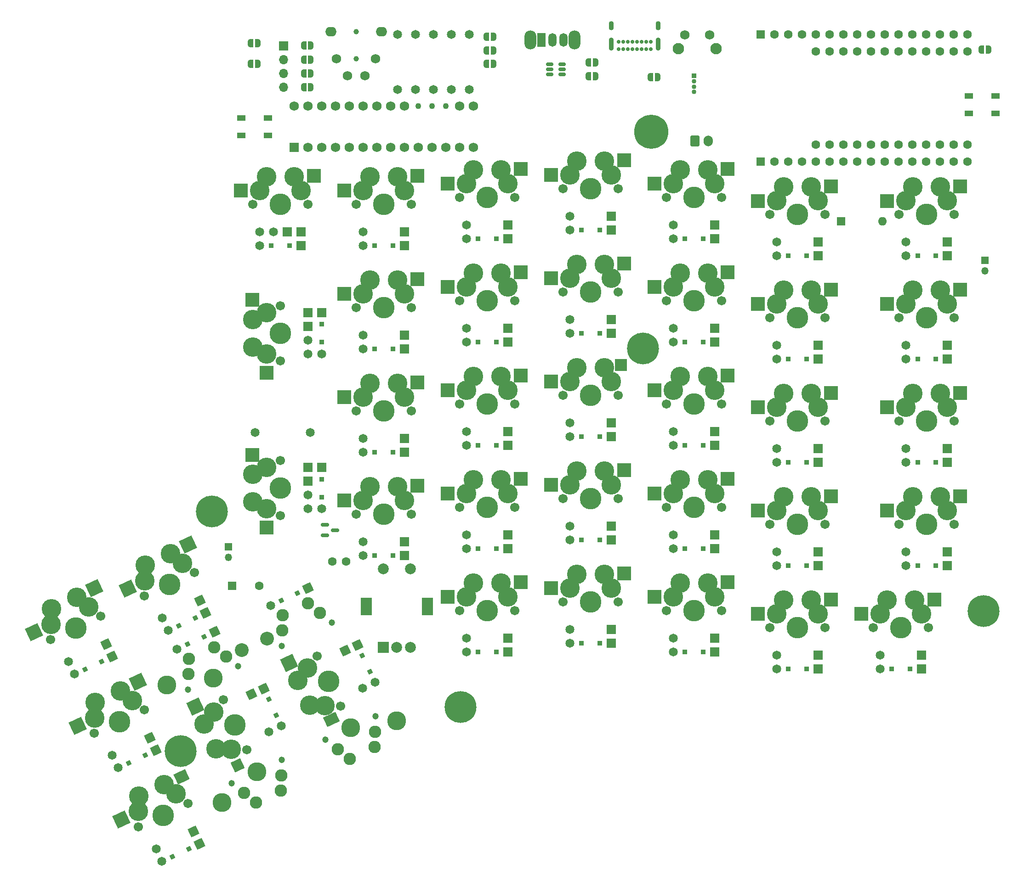
<source format=gts>
%TF.GenerationSoftware,KiCad,Pcbnew,(6.0.7)*%
%TF.CreationDate,2023-01-12T11:55:26-06:00*%
%TF.ProjectId,ErgoDOX,4572676f-444f-4582-9e6b-696361645f70,rev?*%
%TF.SameCoordinates,Original*%
%TF.FileFunction,Soldermask,Top*%
%TF.FilePolarity,Negative*%
%FSLAX46Y46*%
G04 Gerber Fmt 4.6, Leading zero omitted, Abs format (unit mm)*
G04 Created by KiCad (PCBNEW (6.0.7)) date 2023-01-12 11:55:26*
%MOMM*%
%LPD*%
G01*
G04 APERTURE LIST*
G04 Aperture macros list*
%AMRoundRect*
0 Rectangle with rounded corners*
0 $1 Rounding radius*
0 $2 $3 $4 $5 $6 $7 $8 $9 X,Y pos of 4 corners*
0 Add a 4 corners polygon primitive as box body*
4,1,4,$2,$3,$4,$5,$6,$7,$8,$9,$2,$3,0*
0 Add four circle primitives for the rounded corners*
1,1,$1+$1,$2,$3*
1,1,$1+$1,$4,$5*
1,1,$1+$1,$6,$7*
1,1,$1+$1,$8,$9*
0 Add four rect primitives between the rounded corners*
20,1,$1+$1,$2,$3,$4,$5,0*
20,1,$1+$1,$4,$5,$6,$7,0*
20,1,$1+$1,$6,$7,$8,$9,0*
20,1,$1+$1,$8,$9,$2,$3,0*%
%AMRotRect*
0 Rectangle, with rotation*
0 The origin of the aperture is its center*
0 $1 length*
0 $2 width*
0 $3 Rotation angle, in degrees counterclockwise*
0 Add horizontal line*
21,1,$1,$2,0,0,$3*%
%AMFreePoly0*
4,1,22,0.500000,-0.750000,0.000000,-0.750000,0.000000,-0.745033,-0.079941,-0.743568,-0.215256,-0.701293,-0.333266,-0.622738,-0.424486,-0.514219,-0.481581,-0.384460,-0.499164,-0.250000,-0.500000,-0.250000,-0.500000,0.250000,-0.499164,0.250000,-0.499963,0.256109,-0.478152,0.396186,-0.417904,0.524511,-0.324060,0.630769,-0.204165,0.706417,-0.067858,0.745374,0.000000,0.744959,0.000000,0.750000,
0.500000,0.750000,0.500000,-0.750000,0.500000,-0.750000,$1*%
%AMFreePoly1*
4,1,20,0.000000,0.744959,0.073905,0.744508,0.209726,0.703889,0.328688,0.626782,0.421226,0.519385,0.479903,0.390333,0.500000,0.250000,0.500000,-0.250000,0.499851,-0.262216,0.476331,-0.402017,0.414519,-0.529596,0.319384,-0.634700,0.198574,-0.708877,0.061801,-0.746166,0.000000,-0.745033,0.000000,-0.750000,-0.500000,-0.750000,-0.500000,0.750000,0.000000,0.750000,0.000000,0.744959,
0.000000,0.744959,$1*%
G04 Aperture macros list end*
%ADD10C,3.987800*%
%ADD11C,1.701800*%
%ADD12C,3.600000*%
%ADD13R,2.550000X2.500000*%
%ADD14C,1.651000*%
%ADD15R,1.651000X1.651000*%
%ADD16R,0.838200X0.838200*%
%ADD17R,2.500000X2.550000*%
%ADD18R,2.250000X2.250000*%
%ADD19RotRect,2.550000X2.500000X115.000000*%
%ADD20RotRect,1.910000X2.520000X115.000000*%
%ADD21RotRect,1.651000X1.651000X115.000000*%
%ADD22RotRect,0.838200X0.838200X115.000000*%
%ADD23RotRect,2.364000X2.019000X25.000000*%
%ADD24RotRect,2.550000X2.500000X25.000000*%
%ADD25RotRect,1.651000X1.651000X25.000000*%
%ADD26RotRect,0.838200X0.838200X25.000000*%
%ADD27RotRect,1.976000X1.972000X115.000000*%
%ADD28C,1.193800*%
%ADD29C,2.286000*%
%ADD30C,3.479800*%
%ADD31C,2.540000*%
%ADD32C,2.100000*%
%ADD33C,1.750000*%
%ADD34R,1.500000X1.000000*%
%ADD35R,1.600000X1.600000*%
%ADD36O,1.600000X1.600000*%
%ADD37C,0.990600*%
%ADD38O,2.057400X1.752600*%
%ADD39C,1.752600*%
%ADD40FreePoly0,180.000000*%
%ADD41FreePoly1,180.000000*%
%ADD42R,1.700000X1.700000*%
%ADD43O,1.700000X1.700000*%
%ADD44C,1.600000*%
%ADD45RoundRect,0.150000X-0.587500X-0.150000X0.587500X-0.150000X0.587500X0.150000X-0.587500X0.150000X0*%
%ADD46FreePoly0,0.000000*%
%ADD47FreePoly1,0.000000*%
%ADD48R,2.000000X2.000000*%
%ADD49C,2.000000*%
%ADD50R,2.000000X3.200000*%
%ADD51RoundRect,0.250000X-0.600000X-0.750000X0.600000X-0.750000X0.600000X0.750000X-0.600000X0.750000X0*%
%ADD52O,1.700000X2.000000*%
%ADD53C,5.867400*%
%ADD54C,0.700000*%
%ADD55O,0.900000X1.700000*%
%ADD56O,0.900000X2.400000*%
%ADD57R,1.350000X1.350000*%
%ADD58O,1.350000X1.350000*%
%ADD59R,0.850000X0.850000*%
%ADD60O,0.850000X0.850000*%
%ADD61RoundRect,0.150000X-0.512500X-0.150000X0.512500X-0.150000X0.512500X0.150000X-0.512500X0.150000X0*%
%ADD62C,1.092200*%
%ADD63R,1.752600X1.752600*%
%ADD64C,6.292000*%
%ADD65O,2.200000X3.500000*%
%ADD66R,1.500000X2.500000*%
%ADD67O,1.500000X2.500000*%
G04 APERTURE END LIST*
D10*
%TO.C,SW1:13*%
X186690000Y-143202660D03*
D11*
X181610000Y-143202660D03*
X191770000Y-143202660D03*
D12*
X189230000Y-138122660D03*
X190500000Y-140662660D03*
D13*
X192840000Y-138002660D03*
D12*
X182880000Y-140662660D03*
X184140000Y-138152660D03*
D13*
X179390000Y-140702660D03*
D14*
X182880000Y-148282660D03*
X182880000Y-150822660D03*
D15*
X190500000Y-148282660D03*
X190500000Y-150822660D03*
D16*
X185026300Y-150822660D03*
X188353700Y-150822660D03*
%TD*%
D11*
%TO.C,SW1:10*%
X134620000Y-138430000D03*
D10*
X129540000Y-138430000D03*
D11*
X124460000Y-138430000D03*
D13*
X135690000Y-133230000D03*
D12*
X132080000Y-133350000D03*
X133350000Y-135890000D03*
X126990000Y-133380000D03*
D13*
X122240000Y-135930000D03*
D12*
X125730000Y-135890000D03*
D14*
X125730000Y-143510000D03*
X125730000Y-146050000D03*
D15*
X133350000Y-146050000D03*
X133350000Y-143510000D03*
D16*
X127876300Y-146050000D03*
X131203700Y-146050000D03*
%TD*%
D11*
%TO.C,SW1:9*%
X115570000Y-140027660D03*
D10*
X110490000Y-140027660D03*
D11*
X105410000Y-140027660D03*
D12*
X113030000Y-134947660D03*
D13*
X116640000Y-134827660D03*
D12*
X114300000Y-137487660D03*
X106680000Y-137487660D03*
D13*
X103190000Y-137527660D03*
D12*
X107940000Y-134977660D03*
D14*
X106680000Y-145107660D03*
X106680000Y-147647660D03*
D15*
X114300000Y-145107660D03*
X114300000Y-147647660D03*
D16*
X112153700Y-147647660D03*
X108826300Y-147647660D03*
%TD*%
D10*
%TO.C,SW2:13*%
X191452500Y-124152660D03*
D11*
X196532500Y-124152660D03*
X186372500Y-124152660D03*
D13*
X197602500Y-118952660D03*
D12*
X195262500Y-121612660D03*
X193992500Y-119072660D03*
D13*
X184152500Y-121652660D03*
D12*
X188902500Y-119102660D03*
X187642500Y-121612660D03*
D14*
X187642500Y-129232660D03*
X187642500Y-131772660D03*
D15*
X195262500Y-131772660D03*
X195262500Y-129232660D03*
D16*
X193116200Y-131772660D03*
X189788800Y-131772660D03*
%TD*%
D11*
%TO.C,SW2:10*%
X134620000Y-119380000D03*
D10*
X129540000Y-119380000D03*
D11*
X124460000Y-119380000D03*
D12*
X132080000Y-114300000D03*
D13*
X135690000Y-114180000D03*
D12*
X133350000Y-116840000D03*
X125730000Y-116840000D03*
X126990000Y-114330000D03*
D13*
X122240000Y-116880000D03*
D14*
X125730000Y-124460000D03*
X125730000Y-127000000D03*
D15*
X133350000Y-124460000D03*
X133350000Y-127000000D03*
D16*
X127876300Y-127000000D03*
X131203700Y-127000000D03*
%TD*%
D10*
%TO.C,SW2:9*%
X110490000Y-120977660D03*
D11*
X115570000Y-120977660D03*
X105410000Y-120977660D03*
D13*
X116640000Y-115777660D03*
D12*
X114300000Y-118437660D03*
X113030000Y-115897660D03*
X106680000Y-118437660D03*
X107940000Y-115927660D03*
D13*
X103190000Y-118477660D03*
D14*
X106680000Y-126057660D03*
X106680000Y-128597660D03*
D15*
X114300000Y-128597660D03*
X114300000Y-126057660D03*
D16*
X112153700Y-128597660D03*
X108826300Y-128597660D03*
%TD*%
D11*
%TO.C,SW2:7*%
X72390000Y-112405160D03*
D10*
X72390000Y-117485160D03*
D11*
X72390000Y-122565160D03*
D17*
X67190000Y-111335160D03*
D12*
X67310000Y-114945160D03*
X69850000Y-113675160D03*
D17*
X69890000Y-124785160D03*
D12*
X69850000Y-121295160D03*
X67340000Y-120035160D03*
D14*
X77470000Y-121295160D03*
X80010000Y-121295160D03*
D15*
X77470000Y-113675160D03*
X80010000Y-113675160D03*
D16*
X80010000Y-119148860D03*
X80010000Y-115821460D03*
%TD*%
D11*
%TO.C,SW3:13*%
X196532500Y-105102660D03*
D10*
X191452500Y-105102660D03*
D11*
X186372500Y-105102660D03*
D13*
X197602500Y-99902660D03*
D12*
X193992500Y-100022660D03*
X195262500Y-102562660D03*
X187642500Y-102562660D03*
D13*
X184152500Y-102602660D03*
D12*
X188902500Y-100052660D03*
D14*
X187642500Y-110182660D03*
X187642500Y-112722660D03*
D15*
X195262500Y-112722660D03*
X195262500Y-110182660D03*
D16*
X189788800Y-112722660D03*
X193116200Y-112722660D03*
%TD*%
D11*
%TO.C,SW3:11*%
X143510000Y-101927660D03*
X153670000Y-101927660D03*
D10*
X148590000Y-101927660D03*
D12*
X152400000Y-99387660D03*
X151130000Y-96847660D03*
D13*
X154740000Y-96727660D03*
X141290000Y-99427660D03*
D12*
X144780000Y-99387660D03*
X146040000Y-96877660D03*
D14*
X144780000Y-109547660D03*
X144780000Y-107007660D03*
D15*
X152400000Y-107007660D03*
X152400000Y-109547660D03*
D16*
X150253700Y-109547660D03*
X146926300Y-109547660D03*
%TD*%
D11*
%TO.C,SW3:10*%
X124460000Y-100330000D03*
X134620000Y-100330000D03*
D10*
X129540000Y-100330000D03*
D12*
X133350000Y-97790000D03*
D18*
X135128000Y-94742000D03*
D12*
X132080000Y-95250000D03*
X126990000Y-95280000D03*
D13*
X122240000Y-97830000D03*
D12*
X125730000Y-97790000D03*
D14*
X125730000Y-107950000D03*
X125730000Y-105410000D03*
D15*
X133350000Y-107950000D03*
X133350000Y-105410000D03*
D16*
X131203700Y-107950000D03*
X127876300Y-107950000D03*
%TD*%
D10*
%TO.C,SW3:9*%
X110490000Y-101927660D03*
D11*
X105410000Y-101927660D03*
X115570000Y-101927660D03*
D12*
X114300000Y-99387660D03*
D13*
X116640000Y-96727660D03*
D12*
X113030000Y-96847660D03*
X106680000Y-99387660D03*
X107940000Y-96877660D03*
D13*
X103190000Y-99427660D03*
D14*
X106680000Y-109547660D03*
X106680000Y-107007660D03*
D15*
X114300000Y-107007660D03*
X114300000Y-109547660D03*
D16*
X112153700Y-109547660D03*
X108826300Y-109547660D03*
%TD*%
D10*
%TO.C,SW3:8*%
X91440000Y-103197660D03*
D11*
X86360000Y-103197660D03*
X96520000Y-103197660D03*
D13*
X97590000Y-97997660D03*
D12*
X95250000Y-100657660D03*
X93980000Y-98117660D03*
X88890000Y-98147660D03*
X87630000Y-100657660D03*
D13*
X84140000Y-100697660D03*
D14*
X87630000Y-108277660D03*
X87630000Y-110817660D03*
D15*
X95250000Y-108277660D03*
X95250000Y-110817660D03*
D16*
X93103700Y-110817660D03*
X89776300Y-110817660D03*
%TD*%
D10*
%TO.C,SW4:13*%
X191452500Y-86052660D03*
D11*
X186372500Y-86052660D03*
X196532500Y-86052660D03*
D13*
X197602500Y-80852660D03*
D12*
X193992500Y-80972660D03*
X195262500Y-83512660D03*
X188902500Y-81002660D03*
D13*
X184152500Y-83552660D03*
D12*
X187642500Y-83512660D03*
D14*
X187642500Y-91132660D03*
X187642500Y-93672660D03*
D15*
X195262500Y-93672660D03*
X195262500Y-91132660D03*
D16*
X193116200Y-93672660D03*
X189788800Y-93672660D03*
%TD*%
D11*
%TO.C,SW4:12*%
X162560000Y-86052660D03*
D10*
X167640000Y-86052660D03*
D11*
X172720000Y-86052660D03*
D12*
X170180000Y-80972660D03*
X171450000Y-83512660D03*
D13*
X173790000Y-80852660D03*
D12*
X165090000Y-81002660D03*
X163830000Y-83512660D03*
D13*
X160340000Y-83552660D03*
D14*
X163830000Y-93672660D03*
X163830000Y-91132660D03*
D15*
X171450000Y-93672660D03*
X171450000Y-91132660D03*
D16*
X165976300Y-93672660D03*
X169303700Y-93672660D03*
%TD*%
D11*
%TO.C,SW4:11*%
X143510000Y-82877660D03*
X153670000Y-82877660D03*
D10*
X148590000Y-82877660D03*
D12*
X152400000Y-80337660D03*
D13*
X154740000Y-77677660D03*
D12*
X151130000Y-77797660D03*
D13*
X141290000Y-80377660D03*
D12*
X144780000Y-80337660D03*
X146040000Y-77827660D03*
D14*
X144780000Y-90497660D03*
X144780000Y-87957660D03*
D15*
X152400000Y-87957660D03*
X152400000Y-90497660D03*
D16*
X146926300Y-90497660D03*
X150253700Y-90497660D03*
%TD*%
D11*
%TO.C,SW4:10*%
X124460000Y-81280000D03*
D10*
X129540000Y-81280000D03*
D11*
X134620000Y-81280000D03*
D12*
X133350000Y-78740000D03*
X132080000Y-76200000D03*
D13*
X135690000Y-76080000D03*
D12*
X126990000Y-76230000D03*
D13*
X122240000Y-78780000D03*
D12*
X125730000Y-78740000D03*
D14*
X125730000Y-88900000D03*
X125730000Y-86360000D03*
D15*
X133350000Y-86360000D03*
X133350000Y-88900000D03*
D16*
X127876300Y-88900000D03*
X131203700Y-88900000D03*
%TD*%
D11*
%TO.C,SW4:9*%
X105410000Y-82877660D03*
D10*
X110490000Y-82877660D03*
D11*
X115570000Y-82877660D03*
D12*
X114300000Y-80337660D03*
D13*
X116640000Y-77677660D03*
D12*
X113030000Y-77797660D03*
X107940000Y-77827660D03*
D13*
X103190000Y-80377660D03*
D12*
X106680000Y-80337660D03*
D14*
X106680000Y-87957660D03*
X106680000Y-90497660D03*
D15*
X114300000Y-87957660D03*
X114300000Y-90497660D03*
D16*
X108826300Y-90497660D03*
X112153700Y-90497660D03*
%TD*%
D11*
%TO.C,SW4:8*%
X96520000Y-84147660D03*
X86360000Y-84147660D03*
D10*
X91440000Y-84147660D03*
D13*
X97590000Y-78947660D03*
D12*
X95250000Y-81607660D03*
X93980000Y-79067660D03*
D13*
X84140000Y-81647660D03*
D12*
X88890000Y-79097660D03*
X87630000Y-81607660D03*
D14*
X87630000Y-91767660D03*
X87630000Y-89227660D03*
D15*
X95250000Y-89227660D03*
X95250000Y-91767660D03*
D16*
X89776300Y-91767660D03*
X93103700Y-91767660D03*
%TD*%
D10*
%TO.C,SW4:7*%
X72390000Y-88910160D03*
D11*
X72390000Y-83830160D03*
X72390000Y-93990160D03*
D12*
X67310000Y-86370160D03*
X69850000Y-85100160D03*
D17*
X67190000Y-82760160D03*
X69890000Y-96210160D03*
D12*
X67340000Y-91460160D03*
X69850000Y-92720160D03*
D14*
X80010000Y-92720160D03*
X77470000Y-92720160D03*
D15*
X80010000Y-85100160D03*
X77470000Y-85100160D03*
D16*
X80010000Y-90573860D03*
X80010000Y-87246460D03*
%TD*%
D10*
%TO.C,SW0:10*%
X81302860Y-153065480D03*
D11*
X83449761Y-157669524D03*
X79155959Y-148461436D03*
D19*
X73990957Y-149689302D03*
D12*
X75625366Y-152910359D03*
X77390663Y-150685898D03*
X80611014Y-157591963D03*
X77803682Y-157510787D03*
D20*
X81826652Y-160175246D03*
D14*
X87517079Y-154371612D03*
X89819101Y-153298162D03*
D21*
X86598750Y-146392096D03*
X84296728Y-147465547D03*
D22*
X88912035Y-151352953D03*
X87505815Y-148337305D03*
%TD*%
D11*
%TO.C,SW0:12*%
X46195956Y-179946901D03*
D10*
X50800000Y-177800000D03*
D11*
X55404044Y-175653099D03*
D12*
X50955121Y-172122506D03*
X53179582Y-173887803D03*
D23*
X54193531Y-170745368D03*
D24*
X43127408Y-178619344D03*
D12*
X46273517Y-177108154D03*
X46354693Y-174300822D03*
D14*
X49493868Y-184014219D03*
X50567318Y-186316241D03*
D25*
X56399933Y-180793868D03*
X57473384Y-183095890D03*
D26*
X52512527Y-185409175D03*
X55528175Y-184002955D03*
%TD*%
D10*
%TO.C,SW0:11*%
X64038480Y-161117280D03*
D11*
X61891579Y-156513236D03*
X66185381Y-165721324D03*
D12*
X58360986Y-160962159D03*
X60126283Y-158737698D03*
D19*
X56726577Y-157741102D03*
D12*
X60539302Y-165562587D03*
D27*
X64497267Y-168641333D03*
D12*
X63346634Y-165643763D03*
D14*
X72554721Y-161349962D03*
X70252699Y-162423412D03*
D21*
X69334370Y-154443896D03*
X67032348Y-155517347D03*
D22*
X71647655Y-159404753D03*
X70241435Y-156389105D03*
%TD*%
D11*
%TO.C,SW0:9*%
X47352244Y-158386179D03*
D10*
X42748200Y-160533080D03*
D11*
X38144156Y-162679981D03*
D12*
X45127782Y-156620883D03*
X42903321Y-154855586D03*
D24*
X46124378Y-153221177D03*
X35075608Y-161352424D03*
D12*
X38302893Y-157033902D03*
X38221717Y-159841234D03*
D14*
X41442068Y-166747299D03*
X42515518Y-169049321D03*
D25*
X48348133Y-163526948D03*
X49421584Y-165828970D03*
D26*
X44460727Y-168142255D03*
X47476375Y-166736035D03*
%TD*%
D11*
%TO.C,SW0:7*%
X30094896Y-145415601D03*
X39302984Y-141121799D03*
D10*
X34698940Y-143268700D03*
D12*
X37078522Y-139356503D03*
D24*
X38075118Y-135956797D03*
D12*
X34854061Y-137591206D03*
X30253633Y-139769522D03*
D24*
X27026348Y-144088044D03*
D12*
X30172457Y-142576854D03*
D14*
X33392808Y-149482919D03*
X34466258Y-151784941D03*
D25*
X41372324Y-148564590D03*
X40298873Y-146262568D03*
D26*
X36411467Y-150877875D03*
X39427115Y-149471655D03*
%TD*%
D10*
%TO.C,SW1:11*%
X148590000Y-140027660D03*
D11*
X153670000Y-140027660D03*
X143510000Y-140027660D03*
D12*
X151130000Y-134947660D03*
X152400000Y-137487660D03*
D13*
X154740000Y-134827660D03*
X141290000Y-137527660D03*
D12*
X144780000Y-137487660D03*
X146040000Y-134977660D03*
D14*
X144780000Y-145107660D03*
X144780000Y-147647660D03*
D15*
X152400000Y-145107660D03*
X152400000Y-147647660D03*
D16*
X146926300Y-147647660D03*
X150253700Y-147647660D03*
%TD*%
D11*
%TO.C,SW0:8*%
X47359276Y-137366341D03*
D10*
X51963320Y-135219440D03*
D11*
X56567364Y-133072539D03*
D12*
X52118441Y-129541946D03*
D24*
X55339498Y-127907537D03*
D12*
X54342902Y-131307243D03*
D24*
X44290728Y-136038784D03*
D12*
X47436837Y-134527594D03*
X47518013Y-131720262D03*
D14*
X51730638Y-143735681D03*
X50657188Y-141433659D03*
D25*
X57563253Y-138213308D03*
X58636704Y-140515330D03*
D26*
X53675847Y-142828615D03*
X56691495Y-141422395D03*
%TD*%
D14*
%TO.C,LED_C1*%
X77470000Y-118755160D03*
D15*
X77470000Y-116215160D03*
%TD*%
D14*
%TO.C,LED_B1*%
X77470000Y-90180160D03*
D15*
X77470000Y-87640160D03*
%TD*%
D14*
%TO.C,LED_A1*%
X71120000Y-70180200D03*
D15*
X73660000Y-70180200D03*
%TD*%
D14*
%TO.C,RC1*%
X100584000Y-33782001D03*
X100584000Y-43941999D03*
%TD*%
%TO.C,RA1*%
X93980000Y-33782001D03*
X93980000Y-43941999D03*
%TD*%
%TO.C,RB1*%
X97282000Y-33782001D03*
X97282000Y-43941999D03*
%TD*%
%TO.C,R1*%
X107188000Y-43941999D03*
X107188000Y-33782001D03*
%TD*%
%TO.C,R2*%
X103886000Y-43941999D03*
X103886000Y-33782001D03*
%TD*%
D11*
%TO.C,SW5:13*%
X186372500Y-67005200D03*
D10*
X191452500Y-67005200D03*
D11*
X196532500Y-67005200D03*
D13*
X197602500Y-61805200D03*
D12*
X193992500Y-61925200D03*
X195262500Y-64465200D03*
X187642500Y-64465200D03*
D13*
X184152500Y-64505200D03*
D12*
X188902500Y-61955200D03*
D14*
X187642500Y-72085200D03*
X187642500Y-74625200D03*
D15*
X195262500Y-74625200D03*
X195262500Y-72085200D03*
D16*
X189788800Y-74625200D03*
X193116200Y-74625200D03*
%TD*%
D11*
%TO.C,SW5:9*%
X105410000Y-63827660D03*
X115570000Y-63827660D03*
D10*
X110490000Y-63827660D03*
D13*
X116640000Y-58627660D03*
D12*
X114300000Y-61287660D03*
X113030000Y-58747660D03*
D13*
X103190000Y-61327660D03*
D12*
X106680000Y-61287660D03*
X107940000Y-58777660D03*
D14*
X106680000Y-71447660D03*
X106680000Y-68907660D03*
D15*
X114300000Y-68907660D03*
X114300000Y-71447660D03*
D16*
X112153700Y-71447660D03*
X108826300Y-71447660D03*
%TD*%
D10*
%TO.C,SW5:10*%
X129540000Y-62230000D03*
D11*
X124460000Y-62230000D03*
X134620000Y-62230000D03*
D12*
X132080000Y-57150000D03*
X133350000Y-59690000D03*
D13*
X135690000Y-57030000D03*
D12*
X126990000Y-57180000D03*
D13*
X122240000Y-59730000D03*
D12*
X125730000Y-59690000D03*
D14*
X125730000Y-67310000D03*
X125730000Y-69850000D03*
D15*
X133350000Y-69850000D03*
X133350000Y-67310000D03*
D16*
X131203700Y-69850000D03*
X127876300Y-69850000D03*
%TD*%
D11*
%TO.C,SW5:11*%
X153670000Y-63827660D03*
X143510000Y-63827660D03*
D10*
X148590000Y-63827660D03*
D12*
X151130000Y-58747660D03*
X152400000Y-61287660D03*
D13*
X154740000Y-58627660D03*
X141290000Y-61327660D03*
D12*
X144780000Y-61287660D03*
X146040000Y-58777660D03*
D14*
X144780000Y-68907660D03*
X144780000Y-71447660D03*
D15*
X152400000Y-68907660D03*
X152400000Y-71447660D03*
D16*
X150253700Y-71447660D03*
X146926300Y-71447660D03*
%TD*%
D11*
%TO.C,SW5:12*%
X172720000Y-67005200D03*
D10*
X167640000Y-67005200D03*
D11*
X162560000Y-67005200D03*
D12*
X171450000Y-64465200D03*
X170180000Y-61925200D03*
D13*
X173790000Y-61805200D03*
D12*
X165090000Y-61955200D03*
X163830000Y-64465200D03*
D13*
X160340000Y-64505200D03*
D14*
X163830000Y-72085200D03*
X163830000Y-74625200D03*
D15*
X171450000Y-72085200D03*
X171450000Y-74625200D03*
D16*
X169303700Y-74625200D03*
X165976300Y-74625200D03*
%TD*%
D10*
%TO.C,SW5:8*%
X91440000Y-65100200D03*
D11*
X86360000Y-65100200D03*
X96520000Y-65100200D03*
D13*
X97590000Y-59900200D03*
D12*
X93980000Y-60020200D03*
X95250000Y-62560200D03*
D13*
X84140000Y-62600200D03*
D12*
X88890000Y-60050200D03*
X87630000Y-62560200D03*
D14*
X87630000Y-70180200D03*
X87630000Y-72720200D03*
D15*
X95250000Y-72720200D03*
X95250000Y-70180200D03*
D16*
X89776300Y-72720200D03*
X93103700Y-72720200D03*
%TD*%
D11*
%TO.C,SW5:7*%
X67310000Y-65100200D03*
X77470000Y-65100200D03*
D10*
X72390000Y-65100200D03*
D13*
X78540000Y-59900200D03*
D12*
X74930000Y-60020200D03*
X76200000Y-62560200D03*
D13*
X65090000Y-62600200D03*
D12*
X69840000Y-60050200D03*
X68580000Y-62560200D03*
D14*
X68580000Y-72720200D03*
X68580000Y-70180200D03*
D15*
X76200000Y-70180200D03*
X76200000Y-72720200D03*
D16*
X70726300Y-72720200D03*
X74053700Y-72720200D03*
%TD*%
D11*
%TO.C,SW2:11*%
X153670000Y-120977660D03*
X143510000Y-120977660D03*
D10*
X148590000Y-120977660D03*
D12*
X152400000Y-118437660D03*
X151130000Y-115897660D03*
D13*
X154740000Y-115777660D03*
D12*
X144780000Y-118437660D03*
D13*
X141290000Y-118477660D03*
D12*
X146040000Y-115927660D03*
D14*
X144780000Y-126057660D03*
X144780000Y-128597660D03*
D15*
X152400000Y-126057660D03*
X152400000Y-128597660D03*
D16*
X150253700Y-128597660D03*
X146926300Y-128597660D03*
%TD*%
D11*
%TO.C,SW2:8*%
X86360000Y-122247660D03*
X96520000Y-122247660D03*
D10*
X91440000Y-122247660D03*
D12*
X95250000Y-119707660D03*
X93980000Y-117167660D03*
D13*
X97590000Y-117047660D03*
D12*
X87630000Y-119707660D03*
D13*
X84140000Y-119747660D03*
D12*
X88890000Y-117197660D03*
D14*
X87630000Y-127327660D03*
X87630000Y-129867660D03*
D15*
X95250000Y-129867660D03*
X95250000Y-127327660D03*
D16*
X93103700Y-129867660D03*
X89776300Y-129867660D03*
%TD*%
D11*
%TO.C,SW3:12*%
X162560000Y-105102660D03*
X172720000Y-105102660D03*
D10*
X167640000Y-105102660D03*
D12*
X170180000Y-100022660D03*
X171450000Y-102562660D03*
D13*
X173790000Y-99902660D03*
D12*
X165090000Y-100052660D03*
X163830000Y-102562660D03*
D13*
X160340000Y-102602660D03*
D14*
X163830000Y-112722660D03*
X163830000Y-110182660D03*
D15*
X171450000Y-110182660D03*
X171450000Y-112722660D03*
D16*
X169303700Y-112722660D03*
X165976300Y-112722660D03*
%TD*%
D11*
%TO.C,SW2:12*%
X172720000Y-124152660D03*
X162560000Y-124152660D03*
D10*
X167640000Y-124152660D03*
D13*
X173790000Y-118952660D03*
D12*
X171450000Y-121612660D03*
X170180000Y-119072660D03*
D13*
X160340000Y-121652660D03*
D12*
X165090000Y-119102660D03*
X163830000Y-121612660D03*
D14*
X163830000Y-129232660D03*
X163830000Y-131772660D03*
D15*
X171450000Y-129232660D03*
X171450000Y-131772660D03*
D16*
X169303700Y-131772660D03*
X165976300Y-131772660D03*
%TD*%
D11*
%TO.C,SW1:12*%
X162560000Y-143202660D03*
X172720000Y-143202660D03*
D10*
X167640000Y-143202660D03*
D12*
X170180000Y-138122660D03*
D13*
X173790000Y-138002660D03*
D12*
X171450000Y-140662660D03*
D13*
X160340000Y-140702660D03*
D12*
X165090000Y-138152660D03*
X163830000Y-140662660D03*
D14*
X163830000Y-150822660D03*
X163830000Y-148282660D03*
D15*
X171450000Y-150822660D03*
X171450000Y-148282660D03*
D16*
X169303700Y-150822660D03*
X165976300Y-150822660D03*
%TD*%
D28*
%TO.C,SX1:8*%
X81883544Y-142285119D03*
X72675456Y-146578921D03*
D29*
X77434621Y-138754526D03*
X79659082Y-140519823D03*
X72753017Y-143740174D03*
X72830577Y-140901427D03*
%TD*%
D28*
%TO.C,SX1:7*%
X55411076Y-154630721D03*
X64619164Y-150336919D03*
D30*
X60015120Y-152483820D03*
D29*
X60170241Y-146806326D03*
X62394702Y-148571623D03*
X55488637Y-151791974D03*
X55566197Y-148953227D03*
%TD*%
D30*
%TO.C,SX0:10*%
X85331300Y-161698940D03*
D28*
X89935344Y-159552039D03*
X80727256Y-163845841D03*
D29*
X82951718Y-165611137D03*
X85176179Y-167376434D03*
X89780223Y-165229533D03*
X89857783Y-162390786D03*
%TD*%
D28*
%TO.C,SX0:11*%
X63460336Y-171895101D03*
X72668424Y-167601299D03*
D30*
X68064380Y-169748200D03*
D29*
X65684798Y-173660397D03*
X67909259Y-175425694D03*
X72513303Y-173278793D03*
X72590863Y-170440046D03*
%TD*%
D14*
%TO.C,D1:8*%
X70605747Y-139135936D03*
D25*
X77511813Y-135915584D03*
D26*
X75566604Y-136822650D03*
X72550956Y-138228870D03*
%TD*%
D14*
%TO.C,D1:7*%
X53341367Y-147187736D03*
D25*
X60247433Y-143967384D03*
D26*
X55286576Y-146280670D03*
X58302224Y-144874450D03*
%TD*%
D30*
%TO.C,S1*%
X51511692Y-153786490D03*
D31*
X65323823Y-147345789D03*
D30*
X61602126Y-175425496D03*
%TD*%
D31*
%TO.C,S2*%
X69927083Y-145197966D03*
D30*
X93829648Y-160396270D03*
%TD*%
D32*
%TO.C,SW_RST1*%
X145689000Y-36399000D03*
X152699000Y-36399000D03*
D33*
X146939000Y-33909000D03*
X151439000Y-33909000D03*
%TD*%
D34*
%TO.C,D4*%
X199234390Y-45136000D03*
X199234390Y-48336000D03*
X204134390Y-48336000D03*
X204134390Y-45136000D03*
%TD*%
D35*
%TO.C,D5*%
X175690000Y-68250000D03*
D36*
X183310000Y-68250000D03*
%TD*%
D37*
%TO.C,J6*%
X86350000Y-33295600D03*
X86350000Y-38299400D03*
D38*
X90998200Y-33295600D03*
D39*
X82743200Y-38299400D03*
X87950200Y-41398200D03*
D38*
X81701800Y-33295600D03*
D39*
X84749800Y-41398200D03*
X89956800Y-38299400D03*
%TD*%
D40*
%TO.C,JP25*%
X111650000Y-34250000D03*
D41*
X110350000Y-34250000D03*
%TD*%
D42*
%TO.C,OL1*%
X73025000Y-35941000D03*
D43*
X73025000Y-38481000D03*
X73025000Y-41021000D03*
X73025000Y-43561000D03*
%TD*%
D35*
%TO.C,A1*%
X160909000Y-57296500D03*
D44*
X163449000Y-57296500D03*
X165989000Y-57296500D03*
X168529000Y-57296500D03*
X171069000Y-57296500D03*
X173609000Y-57296500D03*
X176149000Y-57296500D03*
X178689000Y-57296500D03*
X181229000Y-57296500D03*
X183769000Y-57296500D03*
X186309000Y-57296500D03*
X188849000Y-57296500D03*
X191389000Y-57296500D03*
X193929000Y-57296500D03*
X196469000Y-57296500D03*
X199009000Y-57296500D03*
X199009000Y-36976500D03*
X196469000Y-36976500D03*
X193929000Y-36976500D03*
X191389000Y-36976500D03*
X188849000Y-36976500D03*
X186309000Y-36976500D03*
X183769000Y-36976500D03*
X181229000Y-36976500D03*
X178689000Y-36976500D03*
X176149000Y-36976500D03*
X173609000Y-36976500D03*
X171069000Y-36976500D03*
%TD*%
D14*
%TO.C,R3*%
X77911475Y-107188000D03*
X67751477Y-107188000D03*
%TD*%
D45*
%TO.C,Q1*%
X80596500Y-124272000D03*
X80596500Y-126172000D03*
X82471500Y-125222000D03*
%TD*%
D34*
%TO.C,D2*%
X65241000Y-49200000D03*
X65241000Y-52400000D03*
X70141000Y-52400000D03*
X70141000Y-49200000D03*
%TD*%
D35*
%TO.C,C1*%
X63540000Y-135509000D03*
D44*
X68540000Y-135509000D03*
%TD*%
D46*
%TO.C,JP11*%
X76693000Y-41021000D03*
D47*
X77993000Y-41021000D03*
%TD*%
D46*
%TO.C,JP3*%
X66914000Y-39243000D03*
D47*
X68214000Y-39243000D03*
%TD*%
D48*
%TO.C,SWRE1*%
X91353000Y-146823000D03*
D49*
X96353000Y-146823000D03*
X93853000Y-146823000D03*
D50*
X99453000Y-139323000D03*
X88253000Y-139323000D03*
D49*
X96353000Y-132323000D03*
X91353000Y-132323000D03*
%TD*%
D40*
%TO.C,JP1*%
X68214000Y-35433000D03*
D41*
X66914000Y-35433000D03*
%TD*%
D51*
%TO.C,J2*%
X148737000Y-53429000D03*
D52*
X151237000Y-53429000D03*
%TD*%
D46*
%TO.C,JP21*%
X110350000Y-39250000D03*
D47*
X111650000Y-39250000D03*
%TD*%
D40*
%TO.C,JP17*%
X130444000Y-41529000D03*
D41*
X129144000Y-41529000D03*
%TD*%
D53*
%TO.C,*%
X59817000Y-121767600D03*
%TD*%
D54*
%TO.C,P1*%
X140643000Y-36537000D03*
X139793000Y-36537000D03*
X138943000Y-36537000D03*
X138093000Y-36537000D03*
X137243000Y-36537000D03*
X136393000Y-36537000D03*
X135543000Y-36537000D03*
X134693000Y-36537000D03*
X134693000Y-35187000D03*
X135543000Y-35187000D03*
X136393000Y-35187000D03*
X137243000Y-35187000D03*
X138093000Y-35187000D03*
X138943000Y-35187000D03*
X139793000Y-35187000D03*
X140643000Y-35187000D03*
D55*
X133343000Y-32177000D03*
D56*
X133343000Y-35557000D03*
D55*
X141993000Y-32177000D03*
D56*
X141993000Y-35557000D03*
%TD*%
D57*
%TO.C,J5*%
X62865000Y-128286000D03*
D58*
X62865000Y-130286000D03*
%TD*%
D46*
%TO.C,JP9*%
X76708000Y-38481000D03*
D47*
X78008000Y-38481000D03*
%TD*%
D59*
%TO.C,J1*%
X148590000Y-41426000D03*
D60*
X148590000Y-42426000D03*
X148590000Y-43426000D03*
X148590000Y-44426000D03*
%TD*%
D53*
%TO.C,*%
X201930000Y-140157200D03*
%TD*%
D46*
%TO.C,JP7*%
X76693000Y-35814000D03*
D47*
X77993000Y-35814000D03*
%TD*%
D61*
%TO.C,U_ESD1*%
X122052500Y-39309000D03*
X122052500Y-40259000D03*
X122052500Y-41209000D03*
X124327500Y-41209000D03*
X124327500Y-40259000D03*
X124327500Y-39309000D03*
%TD*%
D62*
%TO.C,U1*%
X100330000Y-46990000D03*
X97790000Y-46990000D03*
X102870000Y-46990000D03*
D63*
X74930000Y-54610000D03*
D39*
X77470000Y-54610000D03*
X80010000Y-54610000D03*
X82550000Y-54610000D03*
X85090000Y-54610000D03*
X87630000Y-54610000D03*
X90170000Y-54610000D03*
X92710000Y-54610000D03*
X95250000Y-54610000D03*
X97790000Y-54610000D03*
X100330000Y-54610000D03*
X102870000Y-54610000D03*
X105410000Y-54610000D03*
X107950000Y-54610000D03*
X107950000Y-46990000D03*
X105410000Y-46990000D03*
X95250000Y-46990000D03*
X92710000Y-46990000D03*
X90170000Y-46990000D03*
X87630000Y-46990000D03*
X85090000Y-46990000D03*
X82550000Y-46990000D03*
X80010000Y-46990000D03*
X77470000Y-46990000D03*
X74930000Y-46990000D03*
%TD*%
D44*
%TO.C,C2*%
X82000000Y-131000000D03*
X84500000Y-131000000D03*
%TD*%
D64*
%TO.C,*%
X140750000Y-51750000D03*
%TD*%
D57*
%TO.C,J4*%
X202184000Y-75438000D03*
D58*
X202184000Y-77438000D03*
%TD*%
D53*
%TO.C,*%
X139192000Y-91694000D03*
%TD*%
%TO.C,*%
X105587800Y-157861000D03*
%TD*%
D46*
%TO.C,JP13*%
X76693000Y-43561000D03*
D47*
X77993000Y-43561000D03*
%TD*%
D65*
%TO.C,BAT_SW1*%
X118423000Y-34798000D03*
X126623000Y-34798000D03*
D66*
X120523000Y-34798000D03*
D67*
X122523000Y-34798000D03*
X124523000Y-34798000D03*
%TD*%
D46*
%TO.C,JP5*%
X201534000Y-36576000D03*
D47*
X202834000Y-36576000D03*
%TD*%
D53*
%TO.C,*%
X54051200Y-165938200D03*
%TD*%
D40*
%TO.C,JP15*%
X130444000Y-39000000D03*
D41*
X129144000Y-39000000D03*
%TD*%
D46*
%TO.C,JP19*%
X140574000Y-41656000D03*
D47*
X141874000Y-41656000D03*
%TD*%
D40*
%TO.C,JP23*%
X111650000Y-36750000D03*
D41*
X110350000Y-36750000D03*
%TD*%
D35*
%TO.C,A2*%
X160909000Y-33782000D03*
D44*
X163449000Y-33782000D03*
X165989000Y-33782000D03*
X168529000Y-33782000D03*
X171069000Y-33782000D03*
X173609000Y-33782000D03*
X176149000Y-33782000D03*
X178689000Y-33782000D03*
X181229000Y-33782000D03*
X183769000Y-33782000D03*
X186309000Y-33782000D03*
X188849000Y-33782000D03*
X191389000Y-33782000D03*
X193929000Y-33782000D03*
X196469000Y-33782000D03*
X199009000Y-33782000D03*
X199009000Y-54102000D03*
X196469000Y-54102000D03*
X193929000Y-54102000D03*
X191389000Y-54102000D03*
X188849000Y-54102000D03*
X186309000Y-54102000D03*
X183769000Y-54102000D03*
X181229000Y-54102000D03*
X178689000Y-54102000D03*
X176149000Y-54102000D03*
X173609000Y-54102000D03*
X171069000Y-54102000D03*
%TD*%
M02*

</source>
